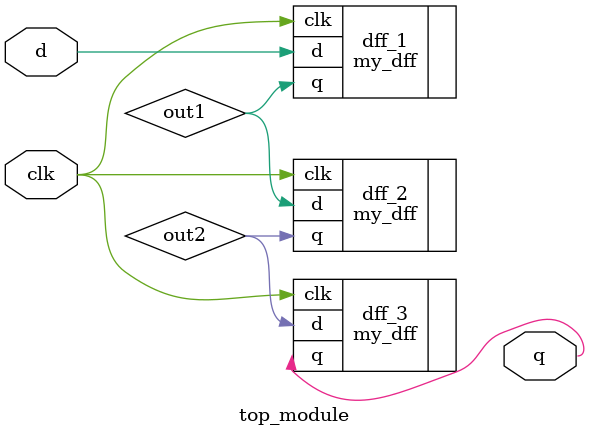
<source format=v>
module top_module ( input clk, input d, output q );

    wire out1, out2;

    my_dff dff_1 (.clk(clk), .d(d), .q(out1));
    my_dff dff_2 (.clk(clk), .d(out1), .q(out2));
    my_dff dff_3 (.clk(clk), .d(out2), .q(q));

endmodule

</source>
